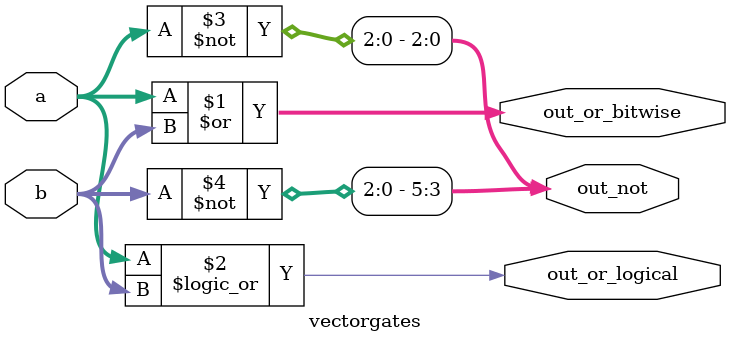
<source format=v>
module vectorgates(
	input [2:0] a,
	input [2:0] b,
	output [2:0] out_or_bitwise,
	output out_or_logical,
	output [5:0] out_not
);

	assign out_or_bitwise = a | b;
	assign out_or_logical = a || b;
	assign out_not = {~b, ~a};
	
endmodule 
</source>
